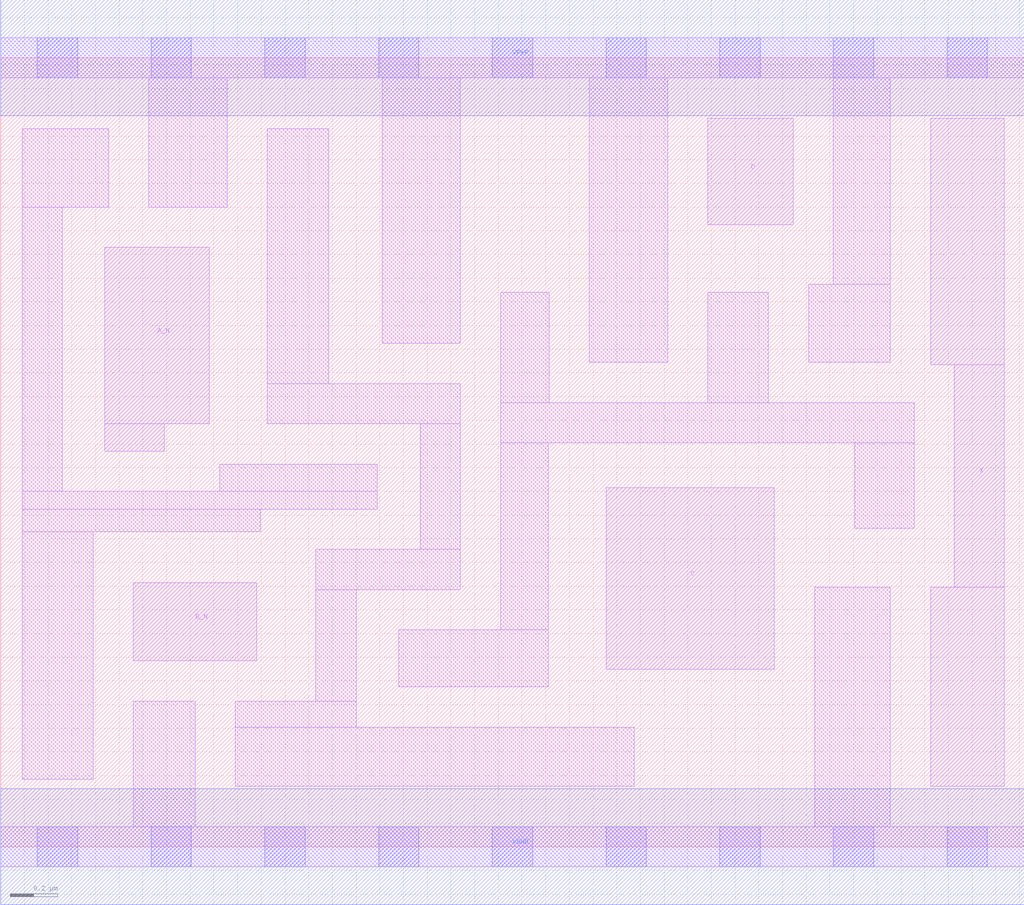
<source format=lef>
# Copyright 2020 The SkyWater PDK Authors
#
# Licensed under the Apache License, Version 2.0 (the "License");
# you may not use this file except in compliance with the License.
# You may obtain a copy of the License at
#
#     https://www.apache.org/licenses/LICENSE-2.0
#
# Unless required by applicable law or agreed to in writing, software
# distributed under the License is distributed on an "AS IS" BASIS,
# WITHOUT WARRANTIES OR CONDITIONS OF ANY KIND, either express or implied.
# See the License for the specific language governing permissions and
# limitations under the License.
#
# SPDX-License-Identifier: Apache-2.0

VERSION 5.7 ;
  NAMESCASESENSITIVE ON ;
  NOWIREEXTENSIONATPIN ON ;
  DIVIDERCHAR "/" ;
  BUSBITCHARS "[]" ;
UNITS
  DATABASE MICRONS 200 ;
END UNITS
MACRO sky130_fd_sc_lp__and4bb_1
  CLASS CORE ;
  FOREIGN sky130_fd_sc_lp__and4bb_1 ;
  ORIGIN  0.000000  0.000000 ;
  SIZE  4.320000 BY  3.330000 ;
  SYMMETRY X Y R90 ;
  SITE unit ;
  PIN A_N
    ANTENNAGATEAREA  0.126000 ;
    DIRECTION INPUT ;
    USE SIGNAL ;
    PORT
      LAYER li1 ;
        RECT 0.440000 1.670000 0.690000 1.785000 ;
        RECT 0.440000 1.785000 0.880000 2.530000 ;
    END
  END A_N
  PIN B_N
    ANTENNAGATEAREA  0.126000 ;
    DIRECTION INPUT ;
    USE SIGNAL ;
    PORT
      LAYER li1 ;
        RECT 0.560000 0.785000 1.080000 1.115000 ;
    END
  END B_N
  PIN C
    ANTENNAGATEAREA  0.126000 ;
    DIRECTION INPUT ;
    USE SIGNAL ;
    PORT
      LAYER li1 ;
        RECT 2.555000 0.750000 3.265000 1.515000 ;
    END
  END C
  PIN D
    ANTENNAGATEAREA  0.126000 ;
    DIRECTION INPUT ;
    USE SIGNAL ;
    PORT
      LAYER li1 ;
        RECT 2.985000 2.625000 3.345000 3.075000 ;
    END
  END D
  PIN X
    ANTENNADIFFAREA  0.556500 ;
    DIRECTION OUTPUT ;
    USE SIGNAL ;
    PORT
      LAYER li1 ;
        RECT 3.925000 0.255000 4.235000 1.095000 ;
        RECT 3.925000 2.035000 4.235000 3.075000 ;
        RECT 4.025000 1.095000 4.235000 2.035000 ;
    END
  END X
  PIN VGND
    DIRECTION INOUT ;
    USE GROUND ;
    PORT
      LAYER met1 ;
        RECT 0.000000 -0.245000 4.320000 0.245000 ;
    END
  END VGND
  PIN VPWR
    DIRECTION INOUT ;
    USE POWER ;
    PORT
      LAYER met1 ;
        RECT 0.000000 3.085000 4.320000 3.575000 ;
    END
  END VPWR
  OBS
    LAYER li1 ;
      RECT 0.000000 -0.085000 4.320000 0.085000 ;
      RECT 0.000000  3.245000 4.320000 3.415000 ;
      RECT 0.090000  0.285000 0.390000 1.330000 ;
      RECT 0.090000  1.330000 1.095000 1.425000 ;
      RECT 0.090000  1.425000 1.590000 1.500000 ;
      RECT 0.090000  1.500000 0.260000 2.700000 ;
      RECT 0.090000  2.700000 0.455000 3.030000 ;
      RECT 0.560000  0.085000 0.820000 0.615000 ;
      RECT 0.625000  2.700000 0.955000 3.245000 ;
      RECT 0.925000  1.500000 1.590000 1.615000 ;
      RECT 0.990000  0.255000 2.675000 0.505000 ;
      RECT 0.990000  0.505000 1.500000 0.615000 ;
      RECT 1.125000  1.785000 1.940000 1.955000 ;
      RECT 1.125000  1.955000 1.385000 3.030000 ;
      RECT 1.330000  0.615000 1.500000 1.085000 ;
      RECT 1.330000  1.085000 1.940000 1.255000 ;
      RECT 1.610000  2.125000 1.940000 3.245000 ;
      RECT 1.680000  0.675000 2.310000 0.915000 ;
      RECT 1.770000  1.255000 1.940000 1.785000 ;
      RECT 2.110000  0.915000 2.310000 1.705000 ;
      RECT 2.110000  1.705000 3.855000 1.875000 ;
      RECT 2.110000  1.875000 2.315000 2.340000 ;
      RECT 2.485000  2.045000 2.815000 3.245000 ;
      RECT 2.985000  1.875000 3.240000 2.340000 ;
      RECT 3.410000  2.045000 3.755000 2.375000 ;
      RECT 3.435000  0.085000 3.755000 1.095000 ;
      RECT 3.515000  2.375000 3.755000 3.245000 ;
      RECT 3.605000  1.345000 3.855000 1.705000 ;
    LAYER mcon ;
      RECT 0.155000 -0.085000 0.325000 0.085000 ;
      RECT 0.155000  3.245000 0.325000 3.415000 ;
      RECT 0.635000 -0.085000 0.805000 0.085000 ;
      RECT 0.635000  3.245000 0.805000 3.415000 ;
      RECT 1.115000 -0.085000 1.285000 0.085000 ;
      RECT 1.115000  3.245000 1.285000 3.415000 ;
      RECT 1.595000 -0.085000 1.765000 0.085000 ;
      RECT 1.595000  3.245000 1.765000 3.415000 ;
      RECT 2.075000 -0.085000 2.245000 0.085000 ;
      RECT 2.075000  3.245000 2.245000 3.415000 ;
      RECT 2.555000 -0.085000 2.725000 0.085000 ;
      RECT 2.555000  3.245000 2.725000 3.415000 ;
      RECT 3.035000 -0.085000 3.205000 0.085000 ;
      RECT 3.035000  3.245000 3.205000 3.415000 ;
      RECT 3.515000 -0.085000 3.685000 0.085000 ;
      RECT 3.515000  3.245000 3.685000 3.415000 ;
      RECT 3.995000 -0.085000 4.165000 0.085000 ;
      RECT 3.995000  3.245000 4.165000 3.415000 ;
  END
END sky130_fd_sc_lp__and4bb_1
END LIBRARY

</source>
